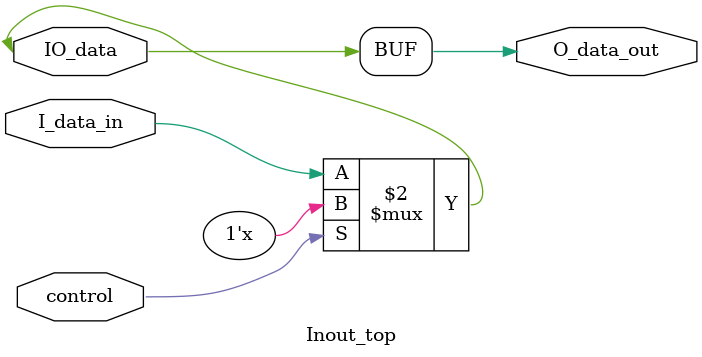
<source format=v>
`timescale 1ns / 1ps


module Inout_top(

    input wire I_data_in,//input data to IO_data

    inout wire IO_data,//inout data

    output wire O_data_out, //output data from IO_data

    input wire control//control signal to select between input and output data
    );

    //assigning input data to IO_data and output data from IO_data based on control signal
    assign IO_data = (control == 1'b0)? I_data_in : 1'bz;
    assign O_data_out = IO_data;
endmodule

</source>
